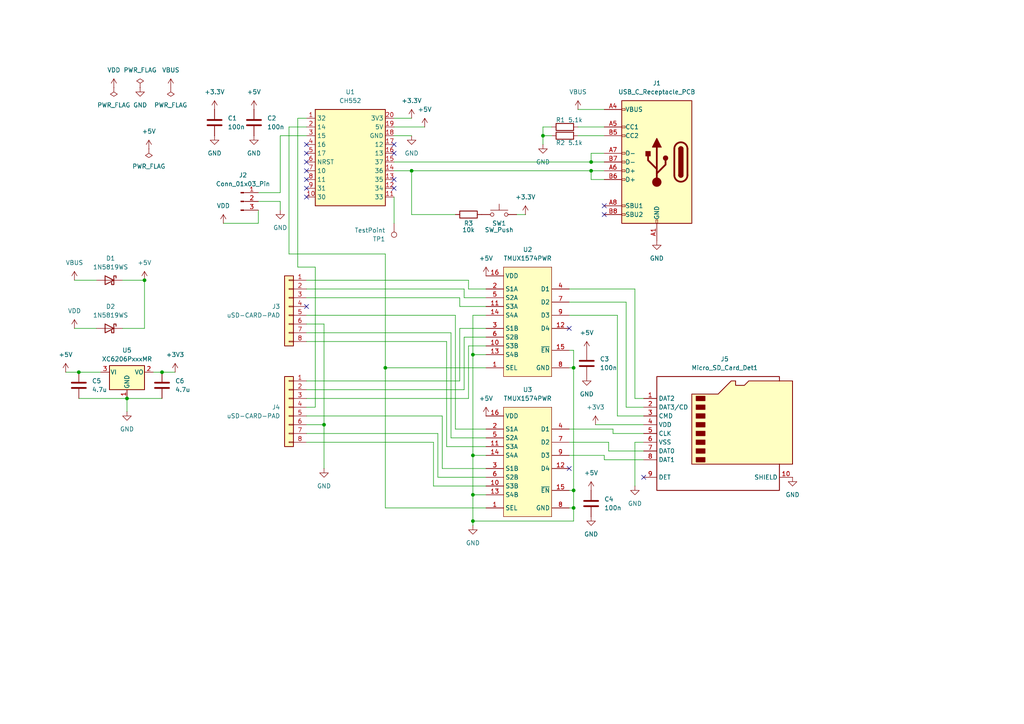
<source format=kicad_sch>
(kicad_sch (version 20231120) (generator "eeschema") (generator_version "8.0")
  (paper "A4")
  (lib_symbols
    (symbol "+3.3V_1" (power) (pin_numbers hide) (pin_names (offset 0) hide)
      (property "Value" "+3.3V" (at 0 3.556 0))
      (symbol "+3.3V_1_0_1"
        (polyline (pts (xy -0.762 1.27) (xy 0 2.54)))
        (polyline (pts (xy 0 0) (xy 0 2.54)))
        (polyline (pts (xy 0 2.54) (xy 0.762 1.27)))
      )
      (symbol "+3.3V_1_1_1"
        (pin power_in line (at 0 0 90) (length 0) (name "~") (number "1"))
      )
    )
    (symbol "+5V_1" (power) (pin_numbers hide) (pin_names (offset 0) hide)
      (property "Value" "+5V" (at 0 3.556 0))
      (symbol "+5V_1_0_1"
        (polyline (pts (xy -0.762 1.27) (xy 0 2.54)))
        (polyline (pts (xy 0 0) (xy 0 2.54)))
        (polyline (pts (xy 0 2.54) (xy 0.762 1.27)))
      )
      (symbol "+5V_1_1_1"
        (pin power_in line (at 0 0 90) (length 0) (name "~") (number "1"))
      )
    )
    (symbol "Connector:Conn_01x03_Pin" (pin_names (offset 1.016) hide)
      (property "Reference" "J" (at 0 5.08 0))
      (property "Value" "Conn_01x03_Pin" (at 0 -5.08 0))
      (symbol "Conn_01x03_Pin_1_1"
        (polyline (pts (xy 1.27 -2.54) (xy 0.8636 -2.54)) (stroke (width 0.1524)))
        (polyline (pts (xy 1.27 0) (xy 0.8636 0)) (stroke (width 0.1524)))
        (polyline (pts (xy 1.27 2.54) (xy 0.8636 2.54)) (stroke (width 0.1524)))
        (rectangle (start 0.8636 -2.413) (end 0 -2.667) (stroke (width 0.1524)) (fill (type outline)))
        (rectangle (start 0.8636 0.127) (end 0 -0.127) (stroke (width 0.1524)) (fill (type outline)))
        (rectangle (start 0.8636 2.667) (end 0 2.413) (stroke (width 0.1524)) (fill (type outline)))
        (pin passive line (at 5.08 2.54 180) (length 3.81) (name "Pin_1") (number "1"))
        (pin passive line (at 5.08 0 180) (length 3.81) (name "Pin_2") (number "2"))
        (pin passive line (at 5.08 -2.54 180) (length 3.81) (name "Pin_3") (number "3"))
      )
    )
    (symbol "Connector:Micro_SD_Card_Det1"
      (property "Reference" "J" (at -16.51 17.78 0))
      (property "Value" "Micro_SD_Card_Det1" (at 16.51 17.78 0))
      (symbol "Micro_SD_Card_Det1_0_1"
        (rectangle (start -7.62 -6.985) (end -5.08 -8.255) (stroke (width 0.254)) (fill (type outline)))
        (rectangle (start -7.62 -4.445) (end -5.08 -5.715) (stroke (width 0.254)) (fill (type outline)))
        (rectangle (start -7.62 -1.905) (end -5.08 -3.175) (stroke (width 0.254)) (fill (type outline)))
        (rectangle (start -7.62 0.635) (end -5.08 -0.635) (stroke (width 0.254)) (fill (type outline)))
        (rectangle (start -7.62 3.175) (end -5.08 1.905) (stroke (width 0.254)) (fill (type outline)))
        (rectangle (start -7.62 5.715) (end -5.08 4.445) (stroke (width 0.254)) (fill (type outline)))
        (rectangle (start -7.62 8.255) (end -5.08 6.985) (stroke (width 0.254)) (fill (type outline)))
        (rectangle (start -7.62 10.795) (end -5.08 9.525) (stroke (width 0.254)) (fill (type outline)))
        (polyline (pts (xy 16.51 15.24) (xy 16.51 16.51) (xy -19.05 16.51) (xy -19.05 -16.51) (xy 16.51 -16.51) (xy 16.51 -8.89)) (stroke (width 0.254)))
        (polyline (pts (xy -8.89 -8.89) (xy -8.89 11.43) (xy -1.27 11.43) (xy 2.54 15.24) (xy 3.81 15.24) (xy 3.81 13.97) (xy 6.35 13.97) (xy 7.62 15.24) (xy 20.32 15.24) (xy 20.32 -8.89) (xy -8.89 -8.89)) (stroke (width 0.254)) (fill (type background)))
      )
      (symbol "Micro_SD_Card_Det1_1_1"
        (pin bidirectional line (at -22.86 10.16 0) (length 3.81) (name "DAT2") (number "1"))
        (pin passive line (at 20.32 -12.7 180) (length 3.81) (name "SHIELD") (number "10"))
        (pin bidirectional line (at -22.86 7.62 0) (length 3.81) (name "DAT3/CD") (number "2"))
        (pin input line (at -22.86 5.08 0) (length 3.81) (name "CMD") (number "3"))
        (pin power_in line (at -22.86 2.54 0) (length 3.81) (name "VDD") (number "4"))
        (pin input line (at -22.86 0 0) (length 3.81) (name "CLK") (number "5"))
        (pin power_in line (at -22.86 -2.54 0) (length 3.81) (name "VSS") (number "6"))
        (pin bidirectional line (at -22.86 -5.08 0) (length 3.81) (name "DAT0") (number "7"))
        (pin bidirectional line (at -22.86 -7.62 0) (length 3.81) (name "DAT1") (number "8"))
        (pin passive line (at -22.86 -12.7 0) (length 3.81) (name "DET") (number "9"))
      )
    )
    (symbol "Connector:TestPoint" (pin_numbers hide) (pin_names (offset 0.762) hide)
      (property "Reference" "TP" (at 0 6.858 0))
      (property "Value" "TestPoint" (at 0 5.08 0))
      (symbol "TestPoint_0_1"
        (circle (center 0 3.302) (radius 0.762))
      )
      (symbol "TestPoint_1_1"
        (pin passive line (at 0 0 90) (length 2.54) (name "1") (number "1"))
      )
    )
    (symbol "Device:C" (pin_numbers hide) (pin_names (offset 0.254))
      (property "Reference" "C" (at 0.635 2.54 0))
      (property "Value" "C" (at 0.635 -2.54 0))
      (symbol "C_0_1"
        (polyline (pts (xy -2.032 -0.762) (xy 2.032 -0.762)) (stroke (width 0.508)))
        (polyline (pts (xy -2.032 0.762) (xy 2.032 0.762)) (stroke (width 0.508)))
      )
      (symbol "C_1_1"
        (pin passive line (at 0 3.81 270) (length 2.794) (name "~") (number "1"))
        (pin passive line (at 0 -3.81 90) (length 2.794) (name "~") (number "2"))
      )
    )
    (symbol "Device:R" (pin_numbers hide) (pin_names (offset 0))
      (property "Reference" "R" (at 2.032 0 90))
      (property "Value" "R" (at 0 0 90))
      (symbol "R_0_1"
        (rectangle (start -1.016 -2.54) (end 1.016 2.54) (stroke (width 0.254)))
      )
      (symbol "R_1_1"
        (pin passive line (at 0 3.81 270) (length 1.27) (name "~") (number "1"))
        (pin passive line (at 0 -3.81 90) (length 1.27) (name "~") (number "2"))
      )
    )
    (symbol "Diode:1N5819WS" (pin_numbers hide) (pin_names (offset 1.016) hide)
      (property "Reference" "D" (at 0 2.54 0))
      (property "Value" "1N5819WS" (at 0 -2.54 0))
      (symbol "1N5819WS_0_1"
        (polyline (pts (xy 1.27 0) (xy -1.27 0)))
        (polyline (pts (xy 1.27 1.27) (xy 1.27 -1.27) (xy -1.27 0) (xy 1.27 1.27)) (stroke (width 0.254)))
        (polyline (pts (xy -1.905 0.635) (xy -1.905 1.27) (xy -1.27 1.27) (xy -1.27 -1.27) (xy -0.635 -1.27) (xy -0.635 -0.635)) (stroke (width 0.254)))
      )
      (symbol "1N5819WS_1_1"
        (pin passive line (at -3.81 0 0) (length 2.54) (name "K") (number "1"))
        (pin passive line (at 3.81 0 180) (length 2.54) (name "A") (number "2"))
      )
    )
    (symbol "GND_1" (power) (pin_numbers hide) (pin_names (offset 0) hide)
      (property "Value" "GND" (at 0 -3.81 0))
      (symbol "GND_1_0_1"
        (polyline (pts (xy 0 0) (xy 0 -1.27) (xy 1.27 -1.27) (xy 0 -2.54) (xy -1.27 -1.27) (xy 0 -1.27)))
      )
      (symbol "GND_1_1_1"
        (pin power_in line (at 0 0 270) (length 0) (name "~") (number "1"))
      )
    )
    (symbol "My:CH552"
      (property "Reference" "U" (at -10.16 16.51 0))
      (property "Value" "CH552" (at 5.08 16.51 0))
      (symbol "CH552_0_1"
        (rectangle (start -10.16 15.24) (end 10.16 -12.7) (stroke (width 0.254)) (fill (type background)))
      )
      (symbol "CH552_1_1"
        (pin bidirectional line (at -12.7 12.7 0) (length 2.54) (name "32") (number "1"))
        (pin bidirectional line (at -12.7 -10.16 0) (length 2.54) (name "30") (number "10"))
        (pin bidirectional line (at 12.7 -10.16 180) (length 2.54) (name "33") (number "11"))
        (pin bidirectional line (at 12.7 -7.62 180) (length 2.54) (name "34") (number "12"))
        (pin bidirectional line (at 12.7 -5.08 180) (length 2.54) (name "35") (number "13"))
        (pin bidirectional line (at 12.7 -2.54 180) (length 2.54) (name "36") (number "14"))
        (pin bidirectional line (at 12.7 0 180) (length 2.54) (name "37") (number "15"))
        (pin bidirectional line (at 12.7 2.54 180) (length 2.54) (name "13") (number "16"))
        (pin bidirectional line (at 12.7 5.08 180) (length 2.54) (name "12") (number "17"))
        (pin power_in line (at 12.7 7.62 180) (length 2.54) (name "GND") (number "18"))
        (pin power_in line (at 12.7 10.16 180) (length 2.54) (name "5V") (number "19"))
        (pin bidirectional line (at -12.7 10.16 0) (length 2.54) (name "14") (number "2"))
        (pin power_out line (at 12.7 12.7 180) (length 2.54) (name "3V3") (number "20"))
        (pin bidirectional line (at -12.7 7.62 0) (length 2.54) (name "15") (number "3"))
        (pin bidirectional line (at -12.7 5.08 0) (length 2.54) (name "16") (number "4"))
        (pin bidirectional line (at -12.7 2.54 0) (length 2.54) (name "17") (number "5"))
        (pin input line (at -12.7 0 0) (length 2.54) (name "NRST") (number "6"))
        (pin bidirectional line (at -12.7 -2.54 0) (length 2.54) (name "10") (number "7"))
        (pin bidirectional line (at -12.7 -5.08 0) (length 2.54) (name "11") (number "8"))
        (pin bidirectional line (at -12.7 -7.62 0) (length 2.54) (name "31") (number "9"))
      )
    )
    (symbol "My:TMUX1574PWR_1"
      (property "Reference" "U602" (at 1.905 16.51 0))
      (property "Value" "TMUX1574PWR" (at 1.905 13.97 0))
      (symbol "TMUX1574PWR_1_0_1"
        (rectangle (start -5.08 11.43) (end 8.89 -20.32) (fill (type background)))
      )
      (symbol "TMUX1574PWR_1_1_1"
        (pin input line (at -10.16 -17.78 0) (length 5.08) (name "SEL") (number "1"))
        (pin bidirectional line (at -10.16 -11.43 0) (length 5.08) (name "S3B") (number "10"))
        (pin bidirectional line (at -10.16 0 0) (length 5.08) (name "S3A") (number "11"))
        (pin bidirectional line (at 13.97 -6.35 180) (length 5.08) (name "D4") (number "12"))
        (pin bidirectional line (at -10.16 -13.97 0) (length 5.08) (name "S4B") (number "13"))
        (pin bidirectional line (at -10.16 -2.54 0) (length 5.08) (name "S4A") (number "14"))
        (pin input line (at 13.97 -12.7 180) (length 5.08) (name "~{EN}") (number "15"))
        (pin power_in line (at -10.16 8.89 0) (length 5.08) (name "VDD") (number "16"))
        (pin bidirectional line (at -10.16 5.08 0) (length 5.08) (name "S1A") (number "2"))
        (pin bidirectional line (at -10.16 -6.35 0) (length 5.08) (name "S1B") (number "3"))
        (pin bidirectional line (at 13.97 5.08 180) (length 5.08) (name "D1") (number "4"))
        (pin bidirectional line (at -10.16 2.54 0) (length 5.08) (name "S2A") (number "5"))
        (pin bidirectional line (at -10.16 -8.89 0) (length 5.08) (name "S2B") (number "6"))
        (pin bidirectional line (at 13.97 1.27 180) (length 5.08) (name "D2") (number "7"))
        (pin power_in line (at 13.97 -17.78 180) (length 5.08) (name "GND") (number "8"))
        (pin bidirectional line (at 13.97 -2.54 180) (length 5.08) (name "D3") (number "9"))
      )
    )
    (symbol "My:USB_C_Receptacle_PCB" (pin_names (offset 1.016))
      (property "Reference" "J" (at -10.16 19.05 0))
      (property "Value" "USB_C_Receptacle_PCB" (at 19.05 19.05 0))
      (symbol "USB_C_Receptacle_PCB_0_0"
        (rectangle (start -0.254 -17.78) (end 0.254 -16.764))
        (rectangle (start 10.16 -14.986) (end 9.144 -15.494))
        (rectangle (start 10.16 -12.446) (end 9.144 -12.954))
        (rectangle (start 10.16 -4.826) (end 9.144 -5.334))
        (rectangle (start 10.16 -2.286) (end 9.144 -2.794))
        (rectangle (start 10.16 0.254) (end 9.144 -0.254))
        (rectangle (start 10.16 2.794) (end 9.144 2.286))
        (rectangle (start 10.16 7.874) (end 9.144 7.366))
        (rectangle (start 10.16 10.414) (end 9.144 9.906))
        (rectangle (start 10.16 15.494) (end 9.144 14.986))
      )
      (symbol "USB_C_Receptacle_PCB_0_1"
        (rectangle (start -10.16 17.78) (end 10.16 -17.78) (stroke (width 0.254)) (fill (type background)))
        (arc (start -8.89 -3.81) (mid -6.985 -5.7066) (end -5.08 -3.81) (stroke (width 0.508)))
        (arc (start -7.62 -3.81) (mid -6.985 -4.4422) (end -6.35 -3.81) (stroke (width 0.254)))
        (arc (start -7.62 -3.81) (mid -6.985 -4.4422) (end -6.35 -3.81) (stroke (width 0.254)) (fill (type outline)))
        (rectangle (start -7.62 -3.81) (end -6.35 3.81) (stroke (width 0.254)) (fill (type outline)))
        (arc (start -6.35 3.81) (mid -6.985 4.4422) (end -7.62 3.81) (stroke (width 0.254)))
        (arc (start -6.35 3.81) (mid -6.985 4.4422) (end -7.62 3.81) (stroke (width 0.254)) (fill (type outline)))
        (arc (start -5.08 3.81) (mid -6.985 5.7066) (end -8.89 3.81) (stroke (width 0.508)))
        (circle (center -2.54 1.143) (radius 0.635) (stroke (width 0.254)) (fill (type outline)))
        (circle (center 0 -5.842) (radius 1.27) (fill (type outline)))
        (polyline (pts (xy -8.89 -3.81) (xy -8.89 3.81)) (stroke (width 0.508)))
        (polyline (pts (xy -5.08 3.81) (xy -5.08 -3.81)) (stroke (width 0.508)))
        (polyline (pts (xy 0 -5.842) (xy 0 4.318)) (stroke (width 0.508)))
        (polyline (pts (xy 0 -3.302) (xy -2.54 -0.762) (xy -2.54 0.508)) (stroke (width 0.508)))
        (polyline (pts (xy 0 -2.032) (xy 2.54 0.508) (xy 2.54 1.778)) (stroke (width 0.508)))
        (polyline (pts (xy -1.27 4.318) (xy 0 6.858) (xy 1.27 4.318) (xy -1.27 4.318)) (stroke (width 0.254)) (fill (type outline)))
        (rectangle (start 1.905 1.778) (end 3.175 3.048) (stroke (width 0.254)) (fill (type outline)))
      )
      (symbol "USB_C_Receptacle_PCB_1_1"
        (pin passive line (at 0 -22.86 90) (length 5.08) (name "GND") (number "A1"))
        (pin passive line (at 0 -22.86 90) (length 5.08) hide (name "GND") (number "A12"))
        (pin passive line (at 15.24 15.24 180) (length 5.08) (name "VBUS") (number "A4"))
        (pin bidirectional line (at 15.24 10.16 180) (length 5.08) (name "CC1") (number "A5"))
        (pin bidirectional line (at 15.24 -2.54 180) (length 5.08) (name "D+") (number "A6"))
        (pin bidirectional line (at 15.24 2.54 180) (length 5.08) (name "D-") (number "A7"))
        (pin bidirectional line (at 15.24 -12.7 180) (length 5.08) (name "SBU1") (number "A8"))
        (pin passive line (at 15.24 15.24 180) (length 5.08) hide (name "VBUS") (number "A9"))
        (pin passive line (at 0 -22.86 90) (length 5.08) hide (name "GND") (number "B1"))
        (pin passive line (at 0 -22.86 90) (length 5.08) hide (name "GND") (number "B12"))
        (pin passive line (at 15.24 15.24 180) (length 5.08) hide (name "VBUS") (number "B4"))
        (pin bidirectional line (at 15.24 7.62 180) (length 5.08) (name "CC2") (number "B5"))
        (pin bidirectional line (at 15.24 -5.08 180) (length 5.08) (name "D+") (number "B6"))
        (pin bidirectional line (at 15.24 0 180) (length 5.08) (name "D-") (number "B7"))
        (pin bidirectional line (at 15.24 -15.24 180) (length 5.08) (name "SBU2") (number "B8"))
        (pin passive line (at 15.24 15.24 180) (length 5.08) hide (name "VBUS") (number "B9"))
      )
    )
    (symbol "My:uSD-CARD-PAD" (pin_names (offset 1.016) hide)
      (property "Reference" "J102" (at 0 -16.51 0))
      (property "Value" "uSD-CARD-PAD" (at 0 -13.97 0))
      (symbol "uSD-CARD-PAD_1_1"
        (rectangle (start -1.27 -10.033) (end 0 -10.287) (stroke (width 0.1524)))
        (rectangle (start -1.27 -7.493) (end 0 -7.747) (stroke (width 0.1524)))
        (rectangle (start -1.27 -4.953) (end 0 -5.207) (stroke (width 0.1524)))
        (rectangle (start -1.27 -2.413) (end 0 -2.667) (stroke (width 0.1524)))
        (rectangle (start -1.27 0.127) (end 0 -0.127) (stroke (width 0.1524)))
        (rectangle (start -1.27 2.667) (end 0 2.413) (stroke (width 0.1524)))
        (rectangle (start -1.27 5.207) (end 0 4.953) (stroke (width 0.1524)))
        (rectangle (start -1.27 7.747) (end 0 7.493) (stroke (width 0.1524)))
        (rectangle (start -1.27 8.89) (end 1.27 -11.43) (stroke (width 0.254)) (fill (type background)))
        (pin passive line (at -5.08 7.62 0) (length 3.81) (name "Pin_1") (number "1"))
        (pin passive line (at -5.08 5.08 0) (length 3.81) (name "Pin_2") (number "2"))
        (pin passive line (at -5.08 2.54 0) (length 3.81) (name "Pin_3") (number "3"))
        (pin passive line (at -5.08 0 0) (length 3.81) (name "Pin_4") (number "4"))
        (pin passive line (at -5.08 -2.54 0) (length 3.81) (name "Pin_5") (number "5"))
        (pin power_in line (at -5.08 -5.08 0) (length 3.81) (name "Pin_6") (number "6"))
        (pin passive line (at -5.08 -7.62 0) (length 3.81) (name "Pin_7") (number "7"))
        (pin passive line (at -5.08 -10.16 0) (length 3.81) (name "Pin_8") (number "8"))
      )
    )
    (symbol "Regulator_Linear:XC6206PxxxMR" (pin_names (offset 0.254))
      (property "Reference" "U" (at -3.81 3.175 0))
      (property "Value" "XC6206PxxxMR" (at 0 3.175 0))
      (symbol "XC6206PxxxMR_0_1"
        (rectangle (start -5.08 1.905) (end 5.08 -5.08) (stroke (width 0.254)) (fill (type background)))
      )
      (symbol "XC6206PxxxMR_1_1"
        (pin power_in line (at 0 -7.62 90) (length 2.54) (name "GND") (number "1"))
        (pin power_out line (at 7.62 0 180) (length 2.54) (name "VO") (number "2"))
        (pin power_in line (at -7.62 0 0) (length 2.54) (name "VI") (number "3"))
      )
    )
    (symbol "Switch:SW_Push" (pin_numbers hide) (pin_names (offset 1.016) hide)
      (property "Reference" "SW" (at 1.27 2.54 0))
      (property "Value" "SW_Push" (at 0 -1.524 0))
      (symbol "SW_Push_0_1"
        (circle (center -2.032 0) (radius 0.508))
        (polyline (pts (xy 0 1.27) (xy 0 3.048)))
        (polyline (pts (xy 2.54 1.27) (xy -2.54 1.27)))
        (circle (center 2.032 0) (radius 0.508))
        (pin passive line (at -5.08 0 0) (length 2.54) (name "1") (number "1"))
        (pin passive line (at 5.08 0 180) (length 2.54) (name "2") (number "2"))
      )
    )
    (symbol "power:+3V3" (power) (pin_numbers hide) (pin_names (offset 0) hide)
      (property "Value" "+3V3" (at 0 3.556 0))
      (symbol "+3V3_0_1"
        (polyline (pts (xy -0.762 1.27) (xy 0 2.54)))
        (polyline (pts (xy 0 0) (xy 0 2.54)))
        (polyline (pts (xy 0 2.54) (xy 0.762 1.27)))
      )
      (symbol "+3V3_1_1"
        (pin power_in line (at 0 0 90) (length 0) (name "~") (number "1"))
      )
    )
    (symbol "power:PWR_FLAG" (power) (pin_numbers hide) (pin_names (offset 0) hide)
      (property "Value" "PWR_FLAG" (at 0 3.81 0))
      (symbol "PWR_FLAG_0_0"
        (pin power_out line (at 0 0 90) (length 0) (name "~") (number "1"))
      )
      (symbol "PWR_FLAG_0_1"
        (polyline (pts (xy 0 0) (xy 0 1.27) (xy -1.016 1.905) (xy 0 2.54) (xy 1.016 1.905) (xy 0 1.27)))
      )
    )
    (symbol "power:VBUS" (power) (pin_numbers hide) (pin_names (offset 0) hide)
      (property "Value" "VBUS" (at 0 3.556 0))
      (symbol "VBUS_0_1"
        (polyline (pts (xy -0.762 1.27) (xy 0 2.54)))
        (polyline (pts (xy 0 0) (xy 0 2.54)))
        (polyline (pts (xy 0 2.54) (xy 0.762 1.27)))
      )
      (symbol "VBUS_1_1"
        (pin power_in line (at 0 0 90) (length 0) (name "~") (number "1"))
      )
    )
    (symbol "power:VDD" (power) (pin_numbers hide) (pin_names (offset 0) hide)
      (property "Value" "VDD" (at 0 3.556 0))
      (symbol "VDD_0_1"
        (polyline (pts (xy -0.762 1.27) (xy 0 2.54)))
        (polyline (pts (xy 0 0) (xy 0 2.54)))
        (polyline (pts (xy 0 2.54) (xy 0.762 1.27)))
      )
      (symbol "VDD_1_1"
        (pin power_in line (at 0 0 90) (length 0) (name "~") (number "1"))
      )
    )
    (symbol "uSD-CARD-PAD_1" (pin_names (offset 1.016) hide)
      (property "Reference" "J102" (at 0 -16.51 0))
      (property "Value" "uSD-CARD-PAD" (at 0 -13.97 0))
      (symbol "uSD-CARD-PAD_1_1_1"
        (rectangle (start -1.27 -10.033) (end 0 -10.287) (stroke (width 0.1524)))
        (rectangle (start -1.27 -7.493) (end 0 -7.747) (stroke (width 0.1524)))
        (rectangle (start -1.27 -4.953) (end 0 -5.207) (stroke (width 0.1524)))
        (rectangle (start -1.27 -2.413) (end 0 -2.667) (stroke (width 0.1524)))
        (rectangle (start -1.27 0.127) (end 0 -0.127) (stroke (width 0.1524)))
        (rectangle (start -1.27 2.667) (end 0 2.413) (stroke (width 0.1524)))
        (rectangle (start -1.27 5.207) (end 0 4.953) (stroke (width 0.1524)))
        (rectangle (start -1.27 7.747) (end 0 7.493) (stroke (width 0.1524)))
        (rectangle (start -1.27 8.89) (end 1.27 -11.43) (stroke (width 0.254)) (fill (type background)))
        (pin passive line (at -5.08 7.62 0) (length 3.81) (name "Pin_1") (number "1"))
        (pin passive line (at -5.08 5.08 0) (length 3.81) (name "Pin_2") (number "2"))
        (pin passive line (at -5.08 2.54 0) (length 3.81) (name "Pin_3") (number "3"))
        (pin passive line (at -5.08 0 0) (length 3.81) (name "Pin_4") (number "4"))
        (pin passive line (at -5.08 -2.54 0) (length 3.81) (name "Pin_5") (number "5"))
        (pin power_in line (at -5.08 -5.08 0) (length 3.81) (name "Pin_6") (number "6"))
        (pin passive line (at -5.08 -7.62 0) (length 3.81) (name "Pin_7") (number "7"))
        (pin passive line (at -5.08 -10.16 0) (length 3.81) (name "Pin_8") (number "8"))
      )
    )
  )
  (junction (at 137.16 132.08))
  (junction (at 93.98 123.19))
  (junction (at 41.91 81.28))
  (junction (at 171.45 49.53))
  (junction (at 157.48 39.37))
  (junction (at 46.99 107.95))
  (junction (at 22.86 107.95))
  (junction (at 166.37 142.24))
  (junction (at 36.83 115.57))
  (junction (at 166.37 106.68))
  (junction (at 119.38 49.53))
  (junction (at 137.16 102.87))
  (junction (at 137.16 143.51))
  (junction (at 166.37 147.32))
  (junction (at 171.45 46.99))
  (junction (at 111.76 106.68))
  (junction (at 137.16 151.13))
  (no_connect (at 88.9 44.45))
  (no_connect (at 186.69 138.43))
  (no_connect (at 114.3 41.91))
  (no_connect (at 88.9 52.07))
  (no_connect (at 88.9 46.99))
  (no_connect (at 114.3 52.07))
  (no_connect (at 165.1 95.25))
  (no_connect (at 88.9 49.53))
  (no_connect (at 88.9 57.15))
  (no_connect (at 165.1 135.89))
  (no_connect (at 175.26 59.69))
  (no_connect (at 114.3 44.45))
  (no_connect (at 88.9 41.91))
  (no_connect (at 88.9 54.61))
  (no_connect (at 114.3 54.61))
  (no_connect (at 88.9 88.9))
  (no_connect (at 175.26 62.23))
  (wire (pts (xy 88.9 120.65) (xy 128.27 120.65)))
  (wire (pts (xy 81.28 39.37) (xy 81.28 55.88)))
  (wire (pts (xy 46.99 107.95) (xy 50.8 107.95)))
  (wire (pts (xy 35.56 81.28) (xy 41.91 81.28)))
  (wire (pts (xy 140.97 132.08) (xy 137.16 132.08)))
  (wire (pts (xy 127 125.73) (xy 127 138.43)))
  (wire (pts (xy 165.1 106.68) (xy 166.37 106.68)))
  (wire (pts (xy 111.76 73.66) (xy 111.76 106.68)))
  (wire (pts (xy 125.73 128.27) (xy 125.73 140.97)))
  (wire (pts (xy 175.26 133.35) (xy 186.69 133.35)))
  (wire (pts (xy 129.54 99.06) (xy 129.54 129.54)))
  (wire (pts (xy 172.72 123.19) (xy 186.69 123.19)))
  (wire (pts (xy 86.36 77.47) (xy 91.44 77.47)))
  (wire (pts (xy 184.15 115.57) (xy 186.69 115.57)))
  (wire (pts (xy 165.1 128.27) (xy 176.53 128.27)))
  (wire (pts (xy 119.38 62.23) (xy 132.08 62.23)))
  (wire (pts (xy 175.26 52.07) (xy 171.45 52.07)))
  (wire (pts (xy 114.3 34.29) (xy 119.38 34.29)))
  (wire (pts (xy 165.1 91.44) (xy 179.07 91.44)))
  (wire (pts (xy 167.64 39.37) (xy 175.26 39.37)))
  (wire (pts (xy 165.1 147.32) (xy 166.37 147.32)))
  (wire (pts (xy 137.16 143.51) (xy 137.16 151.13)))
  (wire (pts (xy 179.07 91.44) (xy 179.07 120.65)))
  (wire (pts (xy 186.69 125.73) (xy 177.8 125.73)))
  (wire (pts (xy 81.28 58.42) (xy 81.28 60.96)))
  (wire (pts (xy 137.16 132.08) (xy 137.16 143.51)))
  (wire (pts (xy 181.61 118.11) (xy 181.61 87.63)))
  (wire (pts (xy 166.37 151.13) (xy 137.16 151.13)))
  (wire (pts (xy 133.35 86.36) (xy 133.35 88.9)))
  (wire (pts (xy 157.48 36.83) (xy 157.48 39.37)))
  (wire (pts (xy 119.38 49.53) (xy 171.45 49.53)))
  (wire (pts (xy 186.69 118.11) (xy 181.61 118.11)))
  (wire (pts (xy 175.26 44.45) (xy 171.45 44.45)))
  (wire (pts (xy 93.98 123.19) (xy 93.98 135.89)))
  (wire (pts (xy 41.91 95.25) (xy 41.91 81.28)))
  (wire (pts (xy 157.48 39.37) (xy 157.48 41.91)))
  (wire (pts (xy 114.3 39.37) (xy 119.38 39.37)))
  (wire (pts (xy 88.9 128.27) (xy 125.73 128.27)))
  (wire (pts (xy 133.35 95.25) (xy 140.97 95.25)))
  (wire (pts (xy 134.62 83.82) (xy 134.62 86.36)))
  (wire (pts (xy 74.93 58.42) (xy 81.28 58.42)))
  (wire (pts (xy 22.86 107.95) (xy 29.21 107.95)))
  (wire (pts (xy 88.9 91.44) (xy 132.08 91.44)))
  (wire (pts (xy 74.93 55.88) (xy 81.28 55.88)))
  (wire (pts (xy 74.93 64.77) (xy 74.93 60.96)))
  (wire (pts (xy 128.27 135.89) (xy 140.97 135.89)))
  (wire (pts (xy 86.36 34.29) (xy 86.36 77.47)))
  (wire (pts (xy 22.86 115.57) (xy 36.83 115.57)))
  (wire (pts (xy 176.53 130.81) (xy 176.53 128.27)))
  (wire (pts (xy 135.89 81.28) (xy 135.89 83.82)))
  (wire (pts (xy 184.15 83.82) (xy 184.15 115.57)))
  (wire (pts (xy 165.1 132.08) (xy 175.26 132.08)))
  (wire (pts (xy 179.07 120.65) (xy 186.69 120.65)))
  (wire (pts (xy 137.16 151.13) (xy 137.16 152.4)))
  (wire (pts (xy 140.97 102.87) (xy 137.16 102.87)))
  (wire (pts (xy 21.59 81.28) (xy 27.94 81.28)))
  (wire (pts (xy 133.35 110.49) (xy 133.35 95.25)))
  (wire (pts (xy 140.97 91.44) (xy 137.16 91.44)))
  (wire (pts (xy 128.27 120.65) (xy 128.27 135.89)))
  (wire (pts (xy 36.83 115.57) (xy 46.99 115.57)))
  (wire (pts (xy 88.9 39.37) (xy 81.28 39.37)))
  (wire (pts (xy 135.89 83.82) (xy 140.97 83.82)))
  (wire (pts (xy 88.9 125.73) (xy 127 125.73)))
  (wire (pts (xy 166.37 147.32) (xy 166.37 151.13)))
  (wire (pts (xy 64.77 64.77) (xy 74.93 64.77)))
  (wire (pts (xy 88.9 99.06) (xy 129.54 99.06)))
  (wire (pts (xy 130.81 127) (xy 140.97 127)))
  (wire (pts (xy 166.37 142.24) (xy 166.37 147.32)))
  (wire (pts (xy 88.9 93.98) (xy 93.98 93.98)))
  (wire (pts (xy 114.3 49.53) (xy 119.38 49.53)))
  (wire (pts (xy 171.45 49.53) (xy 175.26 49.53)))
  (wire (pts (xy 137.16 102.87) (xy 137.16 132.08)))
  (wire (pts (xy 88.9 110.49) (xy 133.35 110.49)))
  (wire (pts (xy 134.62 86.36) (xy 140.97 86.36)))
  (wire (pts (xy 21.59 95.25) (xy 27.94 95.25)))
  (wire (pts (xy 137.16 91.44) (xy 137.16 102.87)))
  (wire (pts (xy 165.1 142.24) (xy 166.37 142.24)))
  (wire (pts (xy 88.9 83.82) (xy 134.62 83.82)))
  (wire (pts (xy 111.76 147.32) (xy 140.97 147.32)))
  (wire (pts (xy 166.37 101.6) (xy 166.37 106.68)))
  (wire (pts (xy 140.97 143.51) (xy 137.16 143.51)))
  (wire (pts (xy 130.81 96.52) (xy 130.81 127)))
  (wire (pts (xy 88.9 118.11) (xy 91.44 118.11)))
  (wire (pts (xy 133.35 88.9) (xy 140.97 88.9)))
  (wire (pts (xy 114.3 36.83) (xy 123.19 36.83)))
  (wire (pts (xy 181.61 87.63) (xy 165.1 87.63)))
  (wire (pts (xy 184.15 128.27) (xy 184.15 140.97)))
  (wire (pts (xy 160.02 36.83) (xy 157.48 36.83)))
  (wire (pts (xy 149.86 62.23) (xy 152.4 62.23)))
  (wire (pts (xy 135.89 100.33) (xy 140.97 100.33)))
  (wire (pts (xy 171.45 52.07) (xy 171.45 49.53)))
  (wire (pts (xy 114.3 64.77) (xy 114.3 57.15)))
  (wire (pts (xy 88.9 86.36) (xy 133.35 86.36)))
  (wire (pts (xy 175.26 31.75) (xy 167.64 31.75)))
  (wire (pts (xy 88.9 34.29) (xy 86.36 34.29)))
  (wire (pts (xy 119.38 49.53) (xy 119.38 62.23)))
  (wire (pts (xy 88.9 115.57) (xy 135.89 115.57)))
  (wire (pts (xy 88.9 96.52) (xy 130.81 96.52)))
  (wire (pts (xy 88.9 81.28) (xy 135.89 81.28)))
  (wire (pts (xy 88.9 113.03) (xy 134.62 113.03)))
  (wire (pts (xy 140.97 106.68) (xy 111.76 106.68)))
  (wire (pts (xy 171.45 44.45) (xy 171.45 46.99)))
  (wire (pts (xy 93.98 93.98) (xy 93.98 123.19)))
  (wire (pts (xy 88.9 123.19) (xy 93.98 123.19)))
  (wire (pts (xy 135.89 115.57) (xy 135.89 100.33)))
  (wire (pts (xy 35.56 95.25) (xy 41.91 95.25)))
  (wire (pts (xy 167.64 36.83) (xy 175.26 36.83)))
  (wire (pts (xy 177.8 125.73) (xy 177.8 124.46)))
  (wire (pts (xy 88.9 36.83) (xy 83.82 36.83)))
  (wire (pts (xy 186.69 128.27) (xy 184.15 128.27)))
  (wire (pts (xy 111.76 106.68) (xy 111.76 147.32)))
  (wire (pts (xy 186.69 130.81) (xy 176.53 130.81)))
  (wire (pts (xy 134.62 97.79) (xy 140.97 97.79)))
  (wire (pts (xy 132.08 124.46) (xy 140.97 124.46)))
  (wire (pts (xy 132.08 91.44) (xy 132.08 124.46)))
  (wire (pts (xy 165.1 83.82) (xy 184.15 83.82)))
  (wire (pts (xy 44.45 107.95) (xy 46.99 107.95)))
  (wire (pts (xy 83.82 73.66) (xy 111.76 73.66)))
  (wire (pts (xy 129.54 129.54) (xy 140.97 129.54)))
  (wire (pts (xy 165.1 101.6) (xy 166.37 101.6)))
  (wire (pts (xy 114.3 46.99) (xy 171.45 46.99)))
  (wire (pts (xy 91.44 77.47) (xy 91.44 118.11)))
  (wire (pts (xy 83.82 36.83) (xy 83.82 73.66)))
  (wire (pts (xy 125.73 140.97) (xy 140.97 140.97)))
  (wire (pts (xy 165.1 124.46) (xy 177.8 124.46)))
  (wire (pts (xy 166.37 106.68) (xy 166.37 142.24)))
  (wire (pts (xy 157.48 39.37) (xy 160.02 39.37)))
  (wire (pts (xy 127 138.43) (xy 140.97 138.43)))
  (wire (pts (xy 175.26 132.08) (xy 175.26 133.35)))
  (wire (pts (xy 19.05 107.95) (xy 22.86 107.95)))
  (wire (pts (xy 171.45 46.99) (xy 175.26 46.99)))
  (wire (pts (xy 36.83 115.57) (xy 36.83 119.38)))
  (wire (pts (xy 134.62 113.03) (xy 134.62 97.79)))
  (symbol (lib_name "GND_1") (lib_id "power:GND") (at 229.87 138.43 0) (unit 1)
    (property "Reference" "#PWR020" (effects (hide yes)))
    (property "Value" "GND" (at 229.87 143.51 0))
    (property "Description" "Power symbol creates a global label with name \"GND\" , ground" (effects (hide yes)))
  )
  (symbol (lib_name "GND_1") (lib_id "power:GND") (at 36.83 119.38 0) (unit 1)
    (property "Reference" "#PWR030" (effects (hide yes)))
    (property "Value" "GND" (at 36.83 124.46 0))
    (property "Description" "Power symbol creates a global label with name \"GND\" , ground" (effects (hide yes)))
  )
  (symbol (lib_id "power:PWR_FLAG") (at 33.02 25.4 0) (mirror x) (unit 1)
    (property "Reference" "#FLG01" (effects (hide yes)))
    (property "Value" "PWR_FLAG" (at 33.02 30.48 0))
    (property "Description" "Special symbol for telling ERC where power comes from" (effects (hide yes)))
  )
  (symbol (lib_name "GND_1") (lib_id "power:GND") (at 170.18 109.22 0) (unit 1)
    (property "Reference" "#PWR017" (effects (hide yes)))
    (property "Value" "GND" (at 170.18 114.3 0))
    (property "Description" "Power symbol creates a global label with name \"GND\" , ground" (effects (hide yes)))
  )
  (symbol (lib_name "+3.3V_1") (lib_id "power:+3.3V") (at 152.4 62.23 0) (unit 1)
    (property "Reference" "#PWR013" (effects (hide yes)))
    (property "Value" "+3.3V" (at 152.4 57.15 0))
    (property "Description" "Power symbol creates a global label with name \"+3.3V\"" (effects (hide yes)))
  )
  (symbol (lib_name "+5V_1") (lib_id "power:+5V") (at 170.18 101.6 0) (unit 1)
    (property "Reference" "#PWR016" (effects (hide yes)))
    (property "Value" "+5V" (at 170.18 96.52 0))
    (property "Description" "Power symbol creates a global label with name \"+5V\"" (effects (hide yes)))
  )
  (symbol (lib_name "+5V_1") (lib_id "power:+5V") (at 171.45 142.24 0) (unit 1)
    (property "Reference" "#PWR022" (effects (hide yes)))
    (property "Value" "+5V" (at 171.45 137.16 0))
    (property "Description" "Power symbol creates a global label with name \"+5V\"" (effects (hide yes)))
  )
  (symbol (lib_id "power:VBUS") (at 21.59 81.28 0) (unit 1)
    (property "Reference" "#PWR027" (effects (hide yes)))
    (property "Value" "VBUS" (at 21.59 76.2 0))
    (property "Description" "Power symbol creates a global label with name \"VBUS\"" (effects (hide yes)))
  )
  (symbol (lib_id "power:PWR_FLAG") (at 43.18 43.18 0) (mirror x) (unit 1)
    (property "Reference" "#FLG03" (effects (hide yes)))
    (property "Value" "PWR_FLAG" (at 43.18 48.26 0))
    (property "Description" "Special symbol for telling ERC where power comes from" (effects (hide yes)))
  )
  (symbol (lib_id "power:+3V3") (at 172.72 123.19 0) (unit 1)
    (property "Reference" "#PWR032" (effects (hide yes)))
    (property "Value" "+3V3" (at 172.72 118.11 0))
    (property "Description" "Power symbol creates a global label with name \"+3V3\"" (effects (hide yes)))
  )
  (symbol (lib_id "Regulator_Linear:XC6206PxxxMR") (at 36.83 107.95 0) (unit 1)
    (property "Reference" "U5" (at 36.83 101.6 0))
    (property "Value" "XC6206PxxxMR" (at 36.83 104.14 0))
    (property "Footprint" "Package_TO_SOT_SMD:SOT-23-3" (effects (hide yes)))
    (property "Datasheet" "https://www.torexsemi.com/file/xc6206/XC6206.pdf" (effects (hide yes)))
    (property "Description" "Positive 60-250mA Low Dropout Regulator, Fixed Output, SOT-23" (effects (hide yes)))
  )
  (symbol (lib_name "+5V_1") (lib_id "power:+5V") (at 123.19 36.83 0) (unit 1)
    (property "Reference" "#PWR02" (effects (hide yes)))
    (property "Value" "+5V" (at 123.19 31.75 0))
    (property "Description" "Power symbol creates a global label with name \"+5V\"" (effects (hide yes)))
  )
  (symbol (lib_name "GND_1") (lib_id "power:GND") (at 190.5 69.85 0) (unit 1)
    (property "Reference" "#PWR014" (effects (hide yes)))
    (property "Value" "GND" (at 190.5 74.93 0))
    (property "Description" "Power symbol creates a global label with name \"GND\" , ground" (effects (hide yes)))
  )
  (symbol (lib_id "Device:R") (at 163.83 36.83 90) (unit 1)
    (property "Reference" "R1" (at 162.56 34.798 90))
    (property "Value" "5.1k" (at 166.878 34.798 90))
    (property "Footprint" "Resistor_SMD:R_1206_3216Metric_Pad1.30x1.75mm_HandSolder" (effects (hide yes)))
  )
  (symbol (lib_name "+5V_1") (lib_id "power:+5V") (at 19.05 107.95 0) (unit 1)
    (property "Reference" "#PWR035" (effects (hide yes)))
    (property "Value" "+5V" (at 19.05 102.87 0))
    (property "Description" "Power symbol creates a global label with name \"+5V\"" (effects (hide yes)))
  )
  (symbol (lib_id "power:VDD") (at 21.59 95.25 0) (unit 1)
    (property "Reference" "#PWR031" (effects (hide yes)))
    (property "Value" "VDD" (at 21.59 90.17 0))
    (property "Description" "Power symbol creates a global label with name \"VDD\"" (effects (hide yes)))
  )
  (symbol (lib_id "power:VDD") (at 64.77 64.77 0) (unit 1)
    (property "Reference" "#PWR025" (effects (hide yes)))
    (property "Value" "VDD" (at 64.77 59.69 0))
    (property "Description" "Power symbol creates a global label with name \"VDD\"" (effects (hide yes)))
  )
  (symbol (lib_name "+3.3V_1") (lib_id "power:+3.3V") (at 119.38 34.29 0) (unit 1)
    (property "Reference" "#PWR03" (effects (hide yes)))
    (property "Value" "+3.3V" (at 119.38 29.21 0))
    (property "Description" "Power symbol creates a global label with name \"+3.3V\"" (effects (hide yes)))
  )
  (symbol (lib_id "Device:C") (at 46.99 111.76 0) (unit 1)
    (property "Reference" "C6" (at 50.8 110.4899 0) (effects (justify left)))
    (property "Value" "4.7u" (at 50.8 113.0299 0) (effects (justify left)))
    (property "Footprint" "Capacitor_SMD:C_1206_3216Metric_Pad1.33x1.80mm_HandSolder" (effects (hide yes)))
  )
  (symbol (lib_id "power:+3V3") (at 50.8 107.95 0) (unit 1)
    (property "Reference" "#PWR033" (effects (hide yes)))
    (property "Value" "+3V3" (at 50.8 102.87 0))
    (property "Description" "Power symbol creates a global label with name \"+3V3\"" (effects (hide yes)))
  )
  (symbol (lib_id "Device:R") (at 135.89 62.23 90) (unit 1)
    (property "Reference" "R3" (at 135.89 64.77 90))
    (property "Value" "10k" (at 135.89 66.675 90))
    (property "Footprint" "Resistor_SMD:R_1206_3216Metric_Pad1.30x1.75mm_HandSolder" (effects (hide yes)))
  )
  (symbol (lib_name "GND_1") (lib_id "power:GND") (at 93.98 135.89 0) (unit 1)
    (property "Reference" "#PWR019" (effects (hide yes)))
    (property "Value" "GND" (at 93.98 140.97 0))
    (property "Description" "Power symbol creates a global label with name \"GND\" , ground" (effects (hide yes)))
  )
  (symbol (lib_id "power:VDD") (at 33.02 25.4 0) (unit 1)
    (property "Reference" "#PWR05" (effects (hide yes)))
    (property "Value" "VDD" (at 33.02 20.32 0))
    (property "Description" "Power symbol creates a global label with name \"VDD\"" (effects (hide yes)))
  )
  (symbol (lib_name "+5V_1") (lib_id "power:+5V") (at 73.66 31.75 0) (unit 1)
    (property "Reference" "#PWR029" (effects (hide yes)))
    (property "Value" "+5V" (at 73.66 26.67 0))
    (property "Description" "Power symbol creates a global label with name \"+5V\"" (effects (hide yes)))
  )
  (symbol (lib_name "+3.3V_1") (lib_id "power:+3.3V") (at 62.23 31.75 0) (unit 1)
    (property "Reference" "#PWR01" (effects (hide yes)))
    (property "Value" "+3.3V" (at 62.23 26.67 0))
    (property "Description" "Power symbol creates a global label with name \"+3.3V\"" (effects (hide yes)))
  )
  (symbol (lib_name "GND_1") (lib_id "power:GND") (at 81.28 60.96 0) (unit 1)
    (property "Reference" "#PWR012" (effects (hide yes)))
    (property "Value" "GND" (at 81.28 66.04 0))
    (property "Description" "Power symbol creates a global label with name \"GND\" , ground" (effects (hide yes)))
  )
  (symbol (lib_name "+5V_1") (lib_id "power:+5V") (at 140.97 120.65 0) (unit 1)
    (property "Reference" "#PWR018" (effects (hide yes)))
    (property "Value" "+5V" (at 140.97 115.57 0))
    (property "Description" "Power symbol creates a global label with name \"+5V\"" (effects (hide yes)))
  )
  (symbol (lib_id "My:USB_C_Receptacle_PCB") (at 190.5 46.99 0) (mirror y) (unit 1)
    (property "Reference" "J1" (at 190.5 24.13 0))
    (property "Value" "USB_C_Receptacle_PCB" (at 190.5 26.67 0))
    (property "Footprint" "My:USB_C_Receptacle_PCB" (effects (hide yes)))
    (property "Datasheet" "https://www.usb.org/sites/default/files/documents/usb_type-c.zip" (effects (hide yes)))
    (property "Description" "USB 2.0-only Type-C Receptacle connector" (effects (hide yes)))
  )
  (symbol (lib_id "My:CH552") (at 101.6 46.99 0) (unit 1)
    (property "Reference" "U1" (at 101.6 26.67 0))
    (property "Value" "CH552" (at 101.6 29.21 0))
    (property "Footprint" "Package_SO:TSSOP-20_4.4x6.5mm_P0.65mm" (effects (hide yes)))
  )
  (symbol (lib_id "Device:C") (at 170.18 105.41 0) (unit 1)
    (property "Reference" "C3" (at 173.99 104.1399 0) (effects (justify left)))
    (property "Value" "100n" (at 173.99 106.6799 0) (effects (justify left)))
    (property "Footprint" "Capacitor_SMD:C_1206_3216Metric_Pad1.33x1.80mm_HandSolder" (effects (hide yes)))
  )
  (symbol (lib_name "uSD-CARD-PAD_1") (lib_id "My:uSD-CARD-PAD") (at 83.82 118.11 0) (mirror y) (unit 1)
    (property "Reference" "J4" (at 81.28 118.1099 0) (effects (justify left)))
    (property "Value" "uSD-CARD-PAD" (at 81.28 120.6499 0) (effects (justify left)))
    (property "Footprint" "My:uSD-PAD" (effects (hide yes)))
  )
  (symbol (lib_id "Device:R") (at 163.83 39.37 90) (mirror x) (unit 1)
    (property "Reference" "R2" (at 162.56 41.402 90))
    (property "Value" "5.1k" (at 166.878 41.402 90))
    (property "Footprint" "Resistor_SMD:R_1206_3216Metric_Pad1.30x1.75mm_HandSolder" (effects (hide yes)))
  )
  (symbol (lib_id "Switch:SW_Push") (at 144.78 62.23 0) (unit 1)
    (property "Reference" "SW1" (at 144.78 64.77 0))
    (property "Value" "SW_Push" (at 144.78 66.675 0))
    (property "Footprint" "Button_Switch_SMD:SW_SPST_CK_RS282G05A3" (effects (hide yes)))
  )
  (symbol (lib_id "Diode:1N5819WS") (at 31.75 81.28 0) (mirror y) (unit 1)
    (property "Reference" "D1" (at 32.0675 74.93 0))
    (property "Value" "1N5819WS" (at 32.0675 77.47 0))
    (property "Footprint" "Diode_SMD:Nexperia_CFP3_SOD-123W" (effects (hide yes)))
    (property "Datasheet" "https://datasheet.lcsc.com/lcsc/2204281430_Guangdong-Hottech-1N5819WS_C191023.pdf" (effects (hide yes)))
  )
  (symbol (lib_id "My:TMUX1574PWR_1") (at 151.13 129.54 0) (unit 1)
    (property "Reference" "U3" (at 153.035 113.03 0))
    (property "Value" "TMUX1574PWR" (at 153.035 115.57 0))
    (property "Footprint" "Package_SO:TSSOP-16_4.4x5mm_P0.65mm" (effects (hide yes)))
  )
  (symbol (lib_name "GND_1") (lib_id "power:GND") (at 40.64 25.4 0) (unit 1)
    (property "Reference" "#PWR06" (effects (hide yes)))
    (property "Value" "GND" (at 40.64 30.48 0))
    (property "Description" "Power symbol creates a global label with name \"GND\" , ground" (effects (hide yes)))
  )
  (symbol (lib_name "+5V_1") (lib_id "power:+5V") (at 41.91 81.28 0) (unit 1)
    (property "Reference" "#PWR04" (effects (hide yes)))
    (property "Value" "+5V" (at 41.91 76.2 0))
    (property "Description" "Power symbol creates a global label with name \"+5V\"" (effects (hide yes)))
  )
  (symbol (lib_name "GND_1") (lib_id "power:GND") (at 73.66 39.37 0) (unit 1)
    (property "Reference" "#PWR09" (effects (hide yes)))
    (property "Value" "GND" (at 73.66 44.45 0))
    (property "Description" "Power symbol creates a global label with name \"GND\" , ground" (effects (hide yes)))
  )
  (symbol (lib_id "Connector:Micro_SD_Card_Det1") (at 209.55 125.73 0) (unit 1)
    (property "Reference" "J5" (at 210.185 104.14 0))
    (property "Value" "Micro_SD_Card_Det1" (at 210.185 106.68 0))
    (property "Footprint" "My:microsd" (effects (hide yes)))
    (property "Datasheet" "https://datasheet.lcsc.com/lcsc/2110151630_XKB-Connectivity-XKTF-015-N_C381082.pdf" (effects (hide yes)))
    (property "Description" "Micro SD Card Socket with one card detection pin" (effects (hide yes)))
  )
  (symbol (lib_name "GND_1") (lib_id "power:GND") (at 157.48 41.91 0) (unit 1)
    (property "Reference" "#PWR011" (effects (hide yes)))
    (property "Value" "GND" (at 157.48 46.99 0))
    (property "Description" "Power symbol creates a global label with name \"GND\" , ground" (effects (hide yes)))
  )
  (symbol (lib_name "GND_1") (lib_id "power:GND") (at 62.23 39.37 0) (unit 1)
    (property "Reference" "#PWR08" (effects (hide yes)))
    (property "Value" "GND" (at 62.23 44.45 0))
    (property "Description" "Power symbol creates a global label with name \"GND\" , ground" (effects (hide yes)))
  )
  (symbol (lib_id "power:PWR_FLAG") (at 40.64 25.4 0) (unit 1)
    (property "Reference" "#FLG02" (effects (hide yes)))
    (property "Value" "PWR_FLAG" (at 40.64 20.32 0))
    (property "Description" "Special symbol for telling ERC where power comes from" (effects (hide yes)))
  )
  (symbol (lib_name "GND_1") (lib_id "power:GND") (at 184.15 140.97 0) (unit 1)
    (property "Reference" "#PWR021" (effects (hide yes)))
    (property "Value" "GND" (at 184.15 146.05 0))
    (property "Description" "Power symbol creates a global label with name \"GND\" , ground" (effects (hide yes)))
  )
  (symbol (lib_id "Device:C") (at 22.86 111.76 0) (unit 1)
    (property "Reference" "C5" (at 26.67 110.4899 0) (effects (justify left)))
    (property "Value" "4.7u" (at 26.67 113.0299 0) (effects (justify left)))
    (property "Footprint" "Capacitor_SMD:C_1206_3216Metric_Pad1.33x1.80mm_HandSolder" (effects (hide yes)))
  )
  (symbol (lib_name "GND_1") (lib_id "power:GND") (at 119.38 39.37 0) (unit 1)
    (property "Reference" "#PWR010" (effects (hide yes)))
    (property "Value" "GND" (at 119.38 44.45 0))
    (property "Description" "Power symbol creates a global label with name \"GND\" , ground" (effects (hide yes)))
  )
  (symbol (lib_name "+5V_1") (lib_id "power:+5V") (at 140.97 80.01 0) (unit 1)
    (property "Reference" "#PWR015" (effects (hide yes)))
    (property "Value" "+5V" (at 140.97 74.93 0))
    (property "Description" "Power symbol creates a global label with name \"+5V\"" (effects (hide yes)))
  )
  (symbol (lib_id "Connector:TestPoint") (at 114.3 64.77 180) (unit 1)
    (property "Reference" "TP1" (at 111.76 69.3421 0) (effects (justify left)))
    (property "Value" "TestPoint" (at 111.76 66.8021 0) (effects (justify left)))
    (property "Footprint" "TestPoint:TestPoint_Pad_1.0x1.0mm" (effects (hide yes)))
    (property "Description" "test point" (effects (hide yes)))
  )
  (symbol (lib_id "power:VBUS") (at 167.64 31.75 0) (unit 1)
    (property "Reference" "#PWR026" (effects (hide yes)))
    (property "Value" "VBUS" (at 167.64 26.67 0))
    (property "Description" "Power symbol creates a global label with name \"VBUS\"" (effects (hide yes)))
  )
  (symbol (lib_id "My:TMUX1574PWR_1") (at 151.13 88.9 0) (unit 1)
    (property "Reference" "U2" (at 153.035 72.39 0))
    (property "Value" "TMUX1574PWR" (at 153.035 74.93 0))
    (property "Footprint" "Package_SO:TSSOP-16_4.4x5mm_P0.65mm" (effects (hide yes)))
  )
  (symbol (lib_id "power:PWR_FLAG") (at 49.53 25.4 0) (mirror x) (unit 1)
    (property "Reference" "#FLG04" (effects (hide yes)))
    (property "Value" "PWR_FLAG" (at 49.53 30.48 0))
    (property "Description" "Special symbol for telling ERC where power comes from" (effects (hide yes)))
  )
  (symbol (lib_id "Device:C") (at 171.45 146.05 0) (unit 1)
    (property "Reference" "C4" (at 175.26 144.7799 0) (effects (justify left)))
    (property "Value" "100n" (at 175.26 147.3199 0) (effects (justify left)))
    (property "Footprint" "Capacitor_SMD:C_1206_3216Metric_Pad1.33x1.80mm_HandSolder" (effects (hide yes)))
  )
  (symbol (lib_id "Diode:1N5819WS") (at 31.75 95.25 0) (mirror y) (unit 1)
    (property "Reference" "D2" (at 32.0675 88.9 0))
    (property "Value" "1N5819WS" (at 32.0675 91.44 0))
    (property "Footprint" "Diode_SMD:Nexperia_CFP3_SOD-123W" (effects (hide yes)))
    (property "Datasheet" "https://datasheet.lcsc.com/lcsc/2204281430_Guangdong-Hottech-1N5819WS_C191023.pdf" (effects (hide yes)))
  )
  (symbol (lib_id "Device:C") (at 73.66 35.56 0) (unit 1)
    (property "Reference" "C2" (at 77.47 34.2899 0) (effects (justify left)))
    (property "Value" "100n" (at 77.47 36.8299 0) (effects (justify left)))
    (property "Footprint" "Capacitor_SMD:C_1206_3216Metric_Pad1.33x1.80mm_HandSolder" (effects (hide yes)))
  )
  (symbol (lib_id "My:uSD-CARD-PAD") (at 83.82 88.9 0) (mirror y) (unit 1)
    (property "Reference" "J3" (at 81.28 88.8999 0) (effects (justify left)))
    (property "Value" "uSD-CARD-PAD" (at 81.28 91.4399 0) (effects (justify left)))
    (property "Footprint" "My:uSD-PAD" (effects (hide yes)))
  )
  (symbol (lib_id "Connector:Conn_01x03_Pin") (at 69.85 58.42 0) (unit 1)
    (property "Reference" "J2" (at 70.485 50.8 0))
    (property "Value" "Conn_01x03_Pin" (at 70.485 53.34 0))
    (property "Footprint" "Connector_PinHeader_2.54mm:PinHeader_1x03_P2.54mm_Vertical" (effects (hide yes)))
    (property "Description" "Generic connector, single row, 01x03, script generated" (effects (hide yes)))
  )
  (symbol (lib_name "GND_1") (lib_id "power:GND") (at 137.16 152.4 0) (unit 1)
    (property "Reference" "#PWR024" (effects (hide yes)))
    (property "Value" "GND" (at 137.16 157.48 0))
    (property "Description" "Power symbol creates a global label with name \"GND\" , ground" (effects (hide yes)))
  )
  (symbol (lib_id "power:VBUS") (at 49.53 25.4 0) (unit 1)
    (property "Reference" "#PWR028" (effects (hide yes)))
    (property "Value" "VBUS" (at 49.53 20.32 0))
    (property "Description" "Power symbol creates a global label with name \"VBUS\"" (effects (hide yes)))
  )
  (symbol (lib_name "GND_1") (lib_id "power:GND") (at 171.45 149.86 0) (unit 1)
    (property "Reference" "#PWR023" (effects (hide yes)))
    (property "Value" "GND" (at 171.45 154.94 0))
    (property "Description" "Power symbol creates a global label with name \"GND\" , ground" (effects (hide yes)))
  )
  (symbol (lib_id "Device:C") (at 62.23 35.56 0) (unit 1)
    (property "Reference" "C1" (at 66.04 34.2899 0) (effects (justify left)))
    (property "Value" "100n" (at 66.04 36.8299 0) (effects (justify left)))
    (property "Footprint" "Capacitor_SMD:C_1206_3216Metric_Pad1.33x1.80mm_HandSolder" (effects (hide yes)))
  )
  (symbol (lib_name "+5V_1") (lib_id "power:+5V") (at 43.18 43.18 0) (unit 1)
    (property "Reference" "#PWR07" (effects (hide yes)))
    (property "Value" "+5V" (at 43.18 38.1 0))
    (property "Description" "Power symbol creates a global label with name \"+5V\"" (effects (hide yes)))
  )
)
</source>
